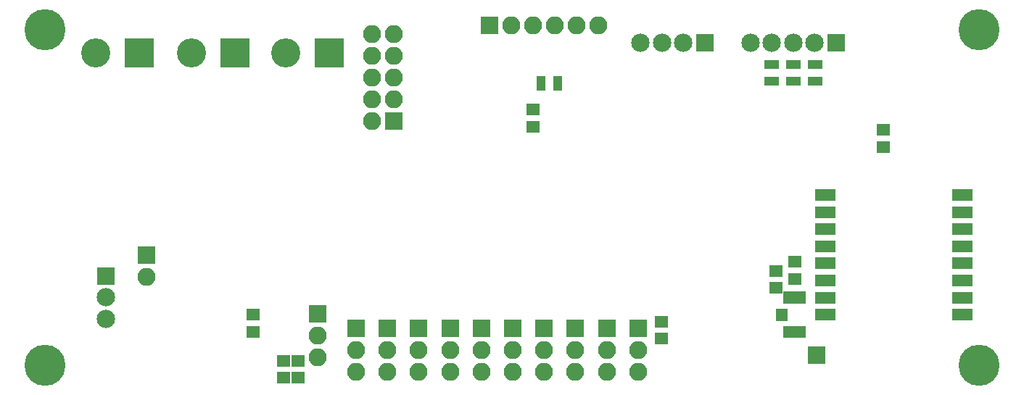
<source format=gbr>
G04 #@! TF.FileFunction,Soldermask,Bot*
%FSLAX46Y46*%
G04 Gerber Fmt 4.6, Leading zero omitted, Abs format (unit mm)*
G04 Created by KiCad (PCBNEW 4.0.7) date 01/31/18 14:47:41*
%MOMM*%
%LPD*%
G01*
G04 APERTURE LIST*
%ADD10C,0.100000*%
%ADD11R,2.150000X2.150000*%
%ADD12C,2.150000*%
%ADD13C,4.800000*%
%ADD14R,1.650000X1.400000*%
%ADD15R,2.100000X2.100000*%
%ADD16O,2.100000X2.100000*%
%ADD17R,3.400000X3.400000*%
%ADD18C,3.400000*%
%ADD19R,2.400000X1.400000*%
%ADD20R,1.100000X1.700000*%
%ADD21R,1.700000X1.100000*%
G04 APERTURE END LIST*
D10*
D11*
X171221400Y-80314800D03*
D12*
X168721400Y-80314800D03*
X166221400Y-80314800D03*
X163721400Y-80314800D03*
X161221400Y-80314800D03*
D11*
X155905200Y-80314800D03*
D12*
X153405200Y-80314800D03*
X150905200Y-80314800D03*
X148405200Y-80314800D03*
D13*
X187909200Y-78790800D03*
X187909200Y-117983000D03*
X78867000Y-117983000D03*
D10*
G36*
X167695400Y-114815600D02*
X165095400Y-114815600D01*
X165095400Y-113415600D01*
X167695400Y-113415600D01*
X167695400Y-114815600D01*
X167695400Y-114815600D01*
G37*
G36*
X167695400Y-110815600D02*
X165095400Y-110815600D01*
X165095400Y-109415600D01*
X167695400Y-109415600D01*
X167695400Y-110815600D01*
X167695400Y-110815600D01*
G37*
G36*
X165595400Y-112815600D02*
X164195400Y-112815600D01*
X164195400Y-111415600D01*
X165595400Y-111415600D01*
X165595400Y-112815600D01*
X165595400Y-112815600D01*
G37*
D14*
X108458000Y-117465600D03*
X108458000Y-119465600D03*
X106705400Y-117491000D03*
X106705400Y-119491000D03*
X135813800Y-90154000D03*
X135813800Y-88154000D03*
X103200200Y-114106200D03*
X103200200Y-112106200D03*
X166395400Y-105934000D03*
X166395400Y-107934000D03*
X164185600Y-106975400D03*
X164185600Y-108975400D03*
X176733200Y-92516200D03*
X176733200Y-90516200D03*
X150876000Y-112893600D03*
X150876000Y-114893600D03*
D15*
X115189000Y-113665000D03*
D16*
X115189000Y-116205000D03*
X115189000Y-118745000D03*
D15*
X118846600Y-113665000D03*
D16*
X118846600Y-116205000D03*
X118846600Y-118745000D03*
D15*
X122504200Y-113665000D03*
D16*
X122504200Y-116205000D03*
X122504200Y-118745000D03*
D15*
X126161800Y-113665000D03*
D16*
X126161800Y-116205000D03*
X126161800Y-118745000D03*
D15*
X129819400Y-113665000D03*
D16*
X129819400Y-116205000D03*
X129819400Y-118745000D03*
D15*
X133477000Y-113665000D03*
D16*
X133477000Y-116205000D03*
X133477000Y-118745000D03*
D15*
X137134600Y-113665000D03*
D16*
X137134600Y-116205000D03*
X137134600Y-118745000D03*
D15*
X140792200Y-113665000D03*
D16*
X140792200Y-116205000D03*
X140792200Y-118745000D03*
D15*
X144449800Y-113665000D03*
D16*
X144449800Y-116205000D03*
X144449800Y-118745000D03*
D15*
X148107400Y-113665000D03*
D16*
X148107400Y-116205000D03*
X148107400Y-118745000D03*
D15*
X119583200Y-89458800D03*
D16*
X117043200Y-89458800D03*
X119583200Y-86918800D03*
X117043200Y-86918800D03*
X119583200Y-84378800D03*
X117043200Y-84378800D03*
X119583200Y-81838800D03*
X117043200Y-81838800D03*
X119583200Y-79298800D03*
X117043200Y-79298800D03*
D11*
X85979000Y-107569000D03*
D12*
X85979000Y-110069000D03*
X85979000Y-112569000D03*
D17*
X101041200Y-81508600D03*
D18*
X95961200Y-81508600D03*
D17*
X89865200Y-81508600D03*
D18*
X84785200Y-81508600D03*
D17*
X112090200Y-81508600D03*
D18*
X107010200Y-81508600D03*
D15*
X110718600Y-112014000D03*
D16*
X110718600Y-114554000D03*
X110718600Y-117094000D03*
D15*
X90703400Y-105156000D03*
D16*
X90703400Y-107696000D03*
D19*
X185977800Y-98105200D03*
X185977800Y-100105200D03*
X185977800Y-102105200D03*
X185977800Y-104105200D03*
X185977800Y-106105200D03*
X185977800Y-108105200D03*
X185977800Y-110105200D03*
X185977800Y-112105200D03*
X169977800Y-112105200D03*
X169977800Y-110105200D03*
X169977800Y-108105200D03*
X169977800Y-106105200D03*
X169977800Y-104105200D03*
X169977800Y-102105200D03*
X169977800Y-100105200D03*
X169977800Y-98105200D03*
D13*
X78867000Y-78790800D03*
D15*
X130810000Y-78282800D03*
D16*
X133350000Y-78282800D03*
X135890000Y-78282800D03*
X138430000Y-78282800D03*
X140970000Y-78282800D03*
X143510000Y-78282800D03*
D15*
X168986200Y-116789200D03*
D20*
X136794200Y-85039200D03*
X138694200Y-85039200D03*
D21*
X163728400Y-84795400D03*
X163728400Y-82895400D03*
X166217600Y-84795400D03*
X166217600Y-82895400D03*
X168757600Y-84795400D03*
X168757600Y-82895400D03*
M02*

</source>
